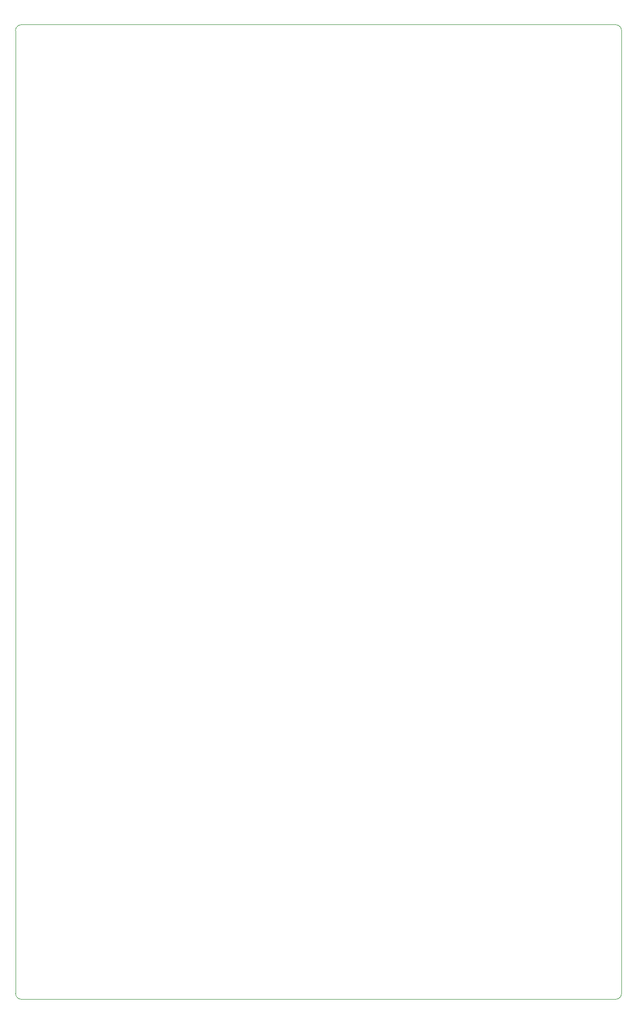
<source format=gbr>
G04 #@! TF.GenerationSoftware,KiCad,Pcbnew,5.1.5-1.fc31*
G04 #@! TF.CreationDate,2019-12-29T19:08:06+00:00*
G04 #@! TF.ProjectId,electric-FIAT,656c6563-7472-4696-932d-464941542e6b,1.0.0*
G04 #@! TF.SameCoordinates,Original*
G04 #@! TF.FileFunction,Profile,NP*
%FSLAX46Y46*%
G04 Gerber Fmt 4.6, Leading zero omitted, Abs format (unit mm)*
G04 Created by KiCad (PCBNEW 5.1.5-1.fc31) date 2019-12-29 19:08:06*
%MOMM*%
%LPD*%
G04 APERTURE LIST*
%ADD10C,0.100000*%
G04 APERTURE END LIST*
D10*
X165350000Y-20900000D02*
G75*
G02X166400000Y-21950000I0J-1050000D01*
G01*
X61100000Y-21950000D02*
G75*
G02X62150000Y-20900000I1050000J0D01*
G01*
X62150000Y-189975000D02*
G75*
G02X61100000Y-188925000I0J1050000D01*
G01*
X166400000Y-188925000D02*
G75*
G02X165350000Y-189975000I-1050000J0D01*
G01*
X61100000Y-188925000D02*
X61100000Y-21950000D01*
X166400000Y-188925000D02*
X166400000Y-21950000D01*
X62150000Y-189975000D02*
X165350000Y-189975000D01*
X62150000Y-20900000D02*
X165350000Y-20900000D01*
M02*

</source>
